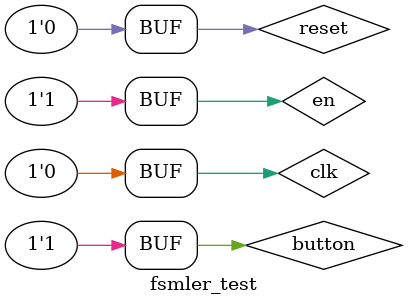
<source format=sv>
`timescale 1ns / 1ps


module fsmler_test();
    logic clk;
    logic reset;
    logic en;
    logic button;
    logic [1:0] level;
    logic disp;
    logic [8:0] seq1;
    logic [15:0] seq2;
    logic [24:0] seq3; 
    logic [7:0] o_combo;
    logic [11:0] o_score;
    logic [1:0] o_life;
    
    fsmler fsm(clk, reset, en, button, level, disp, seq1, seq2, seq3, o_combo, o_score, o_life);
    
    always
    begin 
        clk = 1; #5; 
        clk = 0; #5;
    end
        
    initial begin
        reset = 1; en = 1; button = 1;#10; 
        reset = 0; #10; 
    end      
    
    
endmodule

</source>
